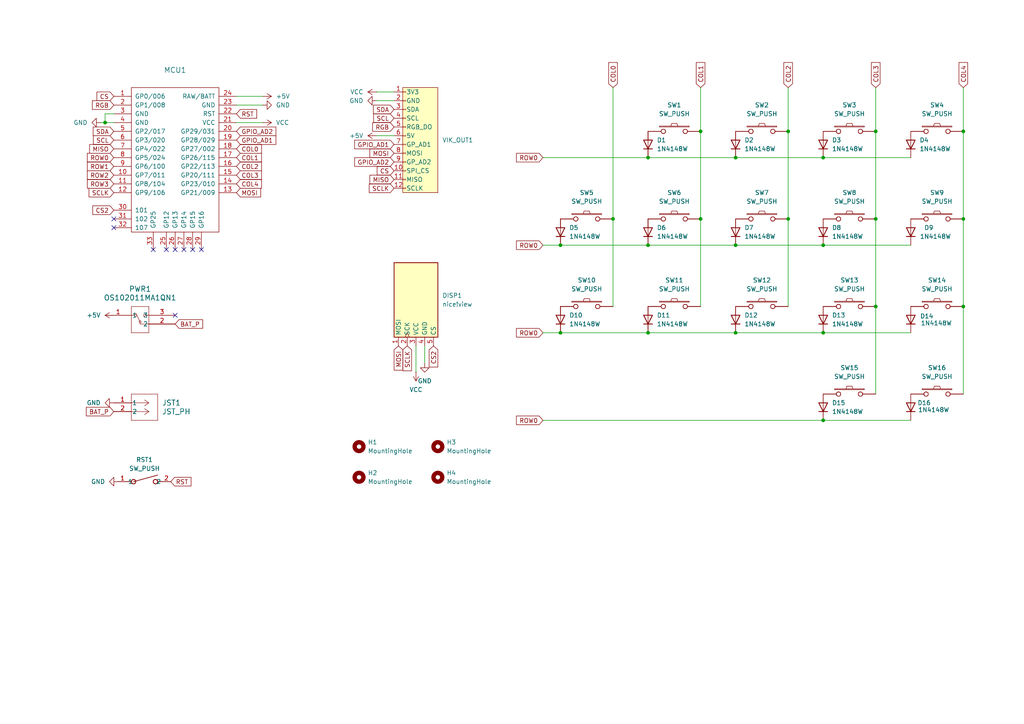
<source format=kicad_sch>
(kicad_sch (version 20231120) (generator "eeschema") (generator_version "8.0")
  (paper "A4")
  (title_block (title "Whiplaesh") (date "2024-10-21") (rev "0.1") (comment 1 "made by ykz89") (comment 2 "Left side"))
  (lib_symbols
    (symbol "2024-10-29_23-28-51:OS102011MA1QN1" (pin_names (offset 0.254))
      (property "Reference" "SW" (at 10.16 7.62 0))
      (property "Value" "OS102011MA1QN1" (at 10.16 5.08 0))
      (symbol "OS102011MA1QN1_1_1"
        (polyline (pts (xy 7.62 -5.08) (xy 12.7 -5.08)) (stroke (width 0.127)))
        (polyline (pts (xy 7.62 0) (xy 8.5725 0)) (stroke (width 0.127)))
        (polyline (pts (xy 7.62 2.54) (xy 7.62 -5.08)) (stroke (width 0.127)))
        (polyline (pts (xy 10.16 -2.54) (xy 10.16 -2.2098)) (stroke (width 0.127)))
        (polyline (pts (xy 10.16 -2.54) (xy 12.7 -2.54)) (stroke (width 0.127)))
        (polyline (pts (xy 10.16 -1.905) (xy 8.89 0.635)) (stroke (width 0.127)))
        (polyline (pts (xy 11.7475 0) (xy 12.7 0)) (stroke (width 0.127)))
        (polyline (pts (xy 12.7 -5.08) (xy 12.7 2.54)) (stroke (width 0.127)))
        (polyline (pts (xy 12.7 2.54) (xy 7.62 2.54)) (stroke (width 0.127)))
        (circle (center 8.89 0) (radius 0.3048) (stroke (width 0.127)))
        (circle (center 10.16 -1.905) (radius 0.3048) (stroke (width 0.127)))
        (circle (center 11.43 0) (radius 0.3048) (stroke (width 0.127)))
        (pin unspecified line (at 0 0 0) (length 7.62) (name "1") (number "1"))
        (pin unspecified line (at 20.32 -2.54 180) (length 7.62) (name "2") (number "2"))
        (pin unspecified line (at 20.32 0 180) (length 7.62) (name "3") (number "3"))
      )
    )
    (symbol "CONN_S2B-PH-K-S_JST:S2B-PH-K-SLFSN" (pin_names (offset 0.254))
      (property "Reference" "J" (at 8.89 6.35 0))
      (property "Value" "S2B-PH-K-SLFSN" (at 0 0 0))
      (symbol "S2B-PH-K-SLFSN_1_1"
        (polyline (pts (xy 5.08 -5.08) (xy 12.7 -5.08)) (stroke (width 0.127)))
        (polyline (pts (xy 5.08 2.54) (xy 5.08 -5.08)) (stroke (width 0.127)))
        (polyline (pts (xy 10.16 -2.54) (xy 5.08 -2.54)) (stroke (width 0.127)))
        (polyline (pts (xy 10.16 -2.54) (xy 8.89 -3.3867)) (stroke (width 0.127)))
        (polyline (pts (xy 10.16 -2.54) (xy 8.89 -1.6933)) (stroke (width 0.127)))
        (polyline (pts (xy 10.16 0) (xy 5.08 0)) (stroke (width 0.127)))
        (polyline (pts (xy 10.16 0) (xy 8.89 -0.8467)) (stroke (width 0.127)))
        (polyline (pts (xy 10.16 0) (xy 8.89 0.8467)) (stroke (width 0.127)))
        (polyline (pts (xy 12.7 -5.08) (xy 12.7 2.54)) (stroke (width 0.127)))
        (polyline (pts (xy 12.7 2.54) (xy 5.08 2.54)) (stroke (width 0.127)))
        (pin unspecified line (at 0 0 0) (length 5.08) (name "1") (number "1"))
        (pin unspecified line (at 0 -2.54 0) (length 5.08) (name "2") (number "2"))
      )
    )
    (symbol "Diode:1N4148W" (pin_numbers hide) (pin_names hide)
      (property "Reference" "D" (at 0 2.54 0))
      (property "Value" "1N4148W" (at 0 -2.54 0))
      (symbol "1N4148W_0_1"
        (polyline (pts (xy -1.27 1.27) (xy -1.27 -1.27)) (stroke (width 0.254)))
        (polyline (pts (xy 1.27 0) (xy -1.27 0)))
        (polyline (pts (xy 1.27 1.27) (xy 1.27 -1.27) (xy -1.27 0) (xy 1.27 1.27)) (stroke (width 0.254)))
      )
      (symbol "1N4148W_1_1"
        (pin passive line (at -3.81 0 0) (length 2.54) (name "K") (number "1"))
        (pin passive line (at 3.81 0 180) (length 2.54) (name "A") (number "2"))
      )
    )
    (symbol "Mechanical:MountingHole" (pin_names (offset 1.016)) (exclude_from_sim yes) (in_bom no)
      (property "Reference" "H" (at 0 5.08 0))
      (property "Value" "MountingHole" (at 0 3.175 0))
      (symbol "MountingHole_0_1"
        (circle (center 0 0) (radius 1.27) (stroke (width 1.27)))
      )
    )
    (symbol "RP2040-nrf52840-controller:RP2040-nrf52840-controller" (pin_names (offset 1.016))
      (property "Reference" "U" (at 0 22.86 0))
      (property "Value" "RP2040-nrf52840-controller" (at 0 2.54 90))
      (symbol "RP2040-nrf52840-controller_0_1"
        (rectangle (start -12.7 20.32) (end 12.7 -21.59))
      )
      (symbol "RP2040-nrf52840-controller_1_1"
        (pin input line (at -17.78 17.78 0) (length 5.08) (name "GP0/006") (number "1"))
        (pin input line (at -17.78 -5.08 0) (length 5.08) (name "GP7/011") (number "10"))
        (pin input line (at -17.78 -7.62 0) (length 5.08) (name "GP8/104") (number "11"))
        (pin input line (at -17.78 -10.16 0) (length 5.08) (name "GP9/106") (number "12"))
        (pin input line (at 17.78 -10.16 180) (length 5.08) (name "GP21/009") (number "13"))
        (pin input line (at 17.78 -7.62 180) (length 5.08) (name "GP23/010") (number "14"))
        (pin input line (at 17.78 -5.08 180) (length 5.08) (name "GP20/111") (number "15"))
        (pin input line (at 17.78 -2.54 180) (length 5.08) (name "GP22/113") (number "16"))
        (pin input line (at 17.78 0 180) (length 5.08) (name "GP26/115") (number "17"))
        (pin input line (at 17.78 2.54 180) (length 5.08) (name "GP27/002") (number "18"))
        (pin input line (at 17.78 5.08 180) (length 5.08) (name "GP28/029") (number "19"))
        (pin input line (at -17.78 15.24 0) (length 5.08) (name "GP1/008") (number "2"))
        (pin input line (at 17.78 7.62 180) (length 5.08) (name "GP29/031") (number "20"))
        (pin input line (at 17.78 10.16 180) (length 5.08) (name "VCC") (number "21"))
        (pin input line (at 17.78 12.7 180) (length 5.08) (name "RST") (number "22"))
        (pin input line (at 17.78 15.24 180) (length 5.08) (name "GND") (number "23"))
        (pin input line (at 17.78 17.78 180) (length 5.08) (name "RAW/BATT") (number "24"))
        (pin input line (at -2.54 -26.67 90) (length 5.08) (name "GP12") (number "25"))
        (pin input line (at 0 -26.67 90) (length 5.08) (name "GP13") (number "26"))
        (pin input line (at 2.54 -26.67 90) (length 5.08) (name "GP14") (number "27"))
        (pin input line (at 5.08 -26.67 90) (length 5.08) (name "GP15") (number "28"))
        (pin input line (at 7.62 -26.67 90) (length 5.08) (name "GP16") (number "29"))
        (pin input line (at -17.78 12.7 0) (length 5.08) (name "GND") (number "3"))
        (pin input line (at -17.78 -15.24 0) (length 5.08) (name "101") (number "30"))
        (pin input line (at -17.78 -17.78 0) (length 5.08) (name "102") (number "31"))
        (pin input line (at -17.78 -20.32 0) (length 5.08) (name "107") (number "32"))
        (pin input line (at -6.35 -26.67 90) (length 5.08) (name "GP25") (number "33"))
        (pin input line (at -17.78 10.16 0) (length 5.08) (name "GND") (number "4"))
        (pin input line (at -17.78 7.62 0) (length 5.08) (name "GP2/017") (number "5"))
        (pin input line (at -17.78 5.08 0) (length 5.08) (name "GP3/020") (number "6"))
        (pin input line (at -17.78 2.54 0) (length 5.08) (name "GP4/022") (number "7"))
        (pin input line (at -17.78 0 0) (length 5.08) (name "GP5/024") (number "8"))
        (pin input line (at -17.78 -2.54 0) (length 5.08) (name "GP6/100") (number "9"))
      )
    )
    (symbol "SW_SKHLACA010_ALPS:SKHLACA010" (pin_names (offset 0.254))
      (property "Reference" "SW" (at 0 3.81 0))
      (property "Value" "SKHLACA010" (at 0 0 0))
      (symbol "SKHLACA010_0_1"
        (circle (center -3.175 0) (radius 0.635) (stroke (width 0.254)))
        (polyline (pts (xy -5.08 0) (xy -3.81 0)) (stroke (width 0.2032)))
        (polyline (pts (xy -3.175 0) (xy 3.81 1.905)) (stroke (width 0.2032)))
        (polyline (pts (xy 5.08 0) (xy 3.81 0)) (stroke (width 0.2032)))
        (circle (center 3.175 0) (radius 0.635) (stroke (width 0.254)))
        (pin unspecified line (at -7.62 0 0) (length 2.54) (name "1") (number "1"))
        (pin unspecified line (at 7.62 0 180) (length 2.54) (name "2") (number "2"))
      )
    )
    (symbol "kbd:SW_PUSH" (pin_numbers hide) (pin_names (offset 1.016) hide)
      (property "Reference" "SW" (at 3.81 2.794 0))
      (property "Value" "SW_PUSH" (at 0 -2.032 0))
      (symbol "SW_PUSH_0_1"
        (rectangle (start -4.318 1.27) (end 4.318 1.524))
        (polyline (pts (xy -1.016 1.524) (xy -0.762 2.286) (xy 0.762 2.286) (xy 1.016 1.524)))
        (pin passive inverted (at -7.62 0 0) (length 5.08) (name "1") (number "1"))
        (pin passive inverted (at 7.62 0 180) (length 5.08) (name "2") (number "2"))
      )
    )
    (symbol "nice_view:nice!view"
      (property "Reference" "Display" (at 0 12.7 0))
      (property "Value" "nice!view" (at 0 0 0))
      (symbol "nice!view_0_1"
        (rectangle (start -6.35 11.43) (end 6.35 -10.16) (stroke (width 0.254)) (fill (type background)))
      )
      (symbol "nice!view_1_1"
        (pin input line (at -5.08 -12.7 90) (length 2.54) (name "MOSI") (number "1"))
        (pin input clock (at -2.54 -12.7 90) (length 2.54) (name "SCK") (number "2"))
        (pin power_in line (at 0 -12.7 90) (length 2.54) (name "VCC") (number "3"))
        (pin power_out line (at 2.54 -12.7 90) (length 2.54) (name "GND") (number "4"))
        (pin passive line (at 5.08 -12.7 90) (length 2.54) (name "CS") (number "5"))
      )
    )
    (symbol "power:+5V" (power) (pin_numbers hide) (pin_names (offset 0) hide)
      (property "Value" "+5V" (at 0 3.556 0))
      (symbol "+5V_0_1"
        (polyline (pts (xy -0.762 1.27) (xy 0 2.54)))
        (polyline (pts (xy 0 0) (xy 0 2.54)))
        (polyline (pts (xy 0 2.54) (xy 0.762 1.27)))
      )
      (symbol "+5V_1_1"
        (pin power_in line (at 0 0 90) (length 0) (name "~") (number "1"))
      )
    )
    (symbol "power:GND" (power) (pin_numbers hide) (pin_names (offset 0) hide)
      (property "Value" "GND" (at 0 -3.81 0))
      (symbol "GND_0_1"
        (polyline (pts (xy 0 0) (xy 0 -1.27) (xy 1.27 -1.27) (xy 0 -2.54) (xy -1.27 -1.27) (xy 0 -1.27)))
      )
      (symbol "GND_1_1"
        (pin power_in line (at 0 0 270) (length 0) (name "~") (number "1"))
      )
    )
    (symbol "power:VCC" (power) (pin_numbers hide) (pin_names (offset 0) hide)
      (property "Value" "VCC" (at 0 3.556 0))
      (symbol "VCC_0_1"
        (polyline (pts (xy -0.762 1.27) (xy 0 2.54)))
        (polyline (pts (xy 0 0) (xy 0 2.54)))
        (polyline (pts (xy 0 2.54) (xy 0.762 1.27)))
      )
      (symbol "VCC_1_1"
        (pin power_in line (at 0 0 90) (length 0) (name "~") (number "1"))
      )
    )
    (symbol "vik:vik-keyboard-connector" (pin_names (offset 1))
      (property "Reference" "J" (at 0 15.875 0))
      (symbol "vik-keyboard-connector_1_1"
        (rectangle (start -5.08 13.97) (end 5.08 -16.51) (fill (type background)))
        (rectangle (start -5.0546 -15.113) (end -4.191 -15.367) (stroke (width 0.1)))
        (rectangle (start -5.0546 -12.573) (end -4.191 -12.827) (stroke (width 0.1)))
        (rectangle (start -5.0546 -10.033) (end -4.191 -10.287) (stroke (width 0.1)))
        (rectangle (start -5.0546 -7.493) (end -4.191 -7.747) (stroke (width 0.1)))
        (rectangle (start -5.0546 -4.953) (end -4.191 -5.207) (stroke (width 0.1)))
        (rectangle (start -5.0546 -2.413) (end -4.191 -2.667) (stroke (width 0.1)))
        (rectangle (start -5.0546 0.127) (end -4.191 -0.127) (stroke (width 0.1)))
        (rectangle (start -5.0546 2.667) (end -4.191 2.413) (stroke (width 0.1)))
        (rectangle (start -5.0546 5.207) (end -4.191 4.953) (stroke (width 0.1)))
        (rectangle (start -5.0546 7.747) (end -4.191 7.493) (stroke (width 0.1)))
        (rectangle (start -5.0546 10.287) (end -4.191 10.033) (stroke (width 0.1)))
        (rectangle (start -5.0546 12.827) (end -4.191 12.573) (stroke (width 0.1)))
        (pin power_in line (at -7.62 12.7 0) (length 2.54) (name "3V3") (number "1"))
        (pin input line (at -7.62 -10.16 0) (length 2.54) (name "SPI_CS") (number "10"))
        (pin tri_state line (at -7.62 -12.7 0) (length 2.54) (name "MISO") (number "11"))
        (pin input line (at -7.62 -15.24 0) (length 2.54) (name "SCLK") (number "12"))
        (pin power_in line (at -7.62 10.16 0) (length 2.54) (name "GND") (number "2"))
        (pin bidirectional line (at -7.62 7.62 0) (length 2.54) (name "SDA") (number "3"))
        (pin bidirectional line (at -7.62 5.08 0) (length 2.54) (name "SCL") (number "4"))
        (pin input line (at -7.62 2.54 0) (length 2.54) (name "RGB_DO") (number "5"))
        (pin power_in line (at -7.62 0 0) (length 2.54) (name "5V") (number "6"))
        (pin bidirectional line (at -7.62 -2.54 0) (length 2.54) (name "GP_AD1") (number "7"))
        (pin input line (at -7.62 -5.08 0) (length 2.54) (name "MOSI") (number "8"))
        (pin bidirectional line (at -7.62 -7.62 0) (length 2.54) (name "GP_AD2") (number "9"))
      )
    )
  )
  (junction (at 228.6 63.5))
  (junction (at 177.8 63.5))
  (junction (at 238.76 45.72))
  (junction (at 279.4 63.5))
  (junction (at 279.4 38.1))
  (junction (at 187.96 96.52))
  (junction (at 203.2 63.5))
  (junction (at 238.76 71.12))
  (junction (at 213.36 45.72))
  (junction (at 213.36 71.12))
  (junction (at 203.2 38.1))
  (junction (at 279.4 88.9))
  (junction (at 30.48 35.56))
  (junction (at 254 63.5))
  (junction (at 238.76 121.92))
  (junction (at 254 88.9))
  (junction (at 162.56 96.52))
  (junction (at 187.96 45.72))
  (junction (at 238.76 96.52))
  (junction (at 187.96 71.12))
  (junction (at 213.36 96.52))
  (junction (at 162.56 71.12))
  (junction (at 228.6 38.1))
  (junction (at 254 38.1))
  (no_connect (at 55.88 72.39))
  (no_connect (at 33.02 63.5))
  (no_connect (at 50.8 91.44))
  (no_connect (at 33.02 66.04))
  (no_connect (at 58.42 72.39))
  (no_connect (at 53.34 72.39))
  (no_connect (at 50.8 72.39))
  (no_connect (at 48.26 72.39))
  (no_connect (at 44.45 72.39))
  (wire (pts (xy 120.65 107.95) (xy 120.65 100.33)))
  (wire (pts (xy 187.96 45.72) (xy 213.36 45.72)))
  (wire (pts (xy 157.48 71.12) (xy 162.56 71.12)))
  (wire (pts (xy 109.22 26.67) (xy 114.3 26.67)))
  (wire (pts (xy 76.2 27.94) (xy 68.58 27.94)))
  (wire (pts (xy 123.19 105.41) (xy 123.19 100.33)))
  (wire (pts (xy 254 25.4) (xy 254 38.1)))
  (wire (pts (xy 213.36 96.52) (xy 238.76 96.52)))
  (wire (pts (xy 157.48 96.52) (xy 162.56 96.52)))
  (wire (pts (xy 264.16 96.52) (xy 238.76 96.52)))
  (wire (pts (xy 30.48 33.02) (xy 30.48 35.56)))
  (wire (pts (xy 187.96 96.52) (xy 213.36 96.52)))
  (wire (pts (xy 254 63.5) (xy 254 88.9)))
  (wire (pts (xy 76.2 35.56) (xy 68.58 35.56)))
  (wire (pts (xy 254 38.1) (xy 254 63.5)))
  (wire (pts (xy 264.16 71.12) (xy 238.76 71.12)))
  (wire (pts (xy 228.6 63.5) (xy 228.6 88.9)))
  (wire (pts (xy 228.6 38.1) (xy 228.6 63.5)))
  (wire (pts (xy 157.48 121.92) (xy 238.76 121.92)))
  (wire (pts (xy 238.76 45.72) (xy 264.16 45.72)))
  (wire (pts (xy 30.48 35.56) (xy 33.02 35.56)))
  (wire (pts (xy 157.48 45.72) (xy 187.96 45.72)))
  (wire (pts (xy 203.2 25.4) (xy 203.2 38.1)))
  (wire (pts (xy 279.4 25.4) (xy 279.4 38.1)))
  (wire (pts (xy 279.4 63.5) (xy 279.4 88.9)))
  (wire (pts (xy 203.2 38.1) (xy 203.2 63.5)))
  (wire (pts (xy 33.02 33.02) (xy 30.48 33.02)))
  (wire (pts (xy 109.22 29.21) (xy 114.3 29.21)))
  (wire (pts (xy 162.56 96.52) (xy 187.96 96.52)))
  (wire (pts (xy 279.4 38.1) (xy 279.4 63.5)))
  (wire (pts (xy 264.16 121.92) (xy 238.76 121.92)))
  (wire (pts (xy 177.8 63.5) (xy 177.8 88.9)))
  (wire (pts (xy 76.2 30.48) (xy 68.58 30.48)))
  (wire (pts (xy 203.2 63.5) (xy 203.2 88.9)))
  (wire (pts (xy 29.21 35.56) (xy 30.48 35.56)))
  (wire (pts (xy 109.22 39.37) (xy 114.3 39.37)))
  (wire (pts (xy 279.4 88.9) (xy 279.4 114.3)))
  (wire (pts (xy 228.6 25.4) (xy 228.6 38.1)))
  (wire (pts (xy 177.8 25.4) (xy 177.8 63.5)))
  (wire (pts (xy 254 88.9) (xy 254 114.3)))
  (wire (pts (xy 162.56 71.12) (xy 187.96 71.12)))
  (wire (pts (xy 187.96 71.12) (xy 213.36 71.12)))
  (wire (pts (xy 213.36 45.72) (xy 238.76 45.72)))
  (wire (pts (xy 213.36 71.12) (xy 238.76 71.12)))
  (wire (pts (xy 33.02 91.44) (xy 30.48 91.44)))
  (global_label "COL2" (shape input) (at 68.58 48.26 0) (property "Intersheetrefs" "${INTERSHEET_REFS}" (effects (hide yes))))
  (global_label "MOSI" (shape input) (at 114.3 44.45 180) (property "Intersheetrefs" "${INTERSHEET_REFS}" (effects (hide yes))))
  (global_label "MOSI" (shape input) (at 68.58 55.88 0) (property "Intersheetrefs" "${INTERSHEET_REFS}" (effects (hide yes))))
  (global_label "ROW3" (shape input) (at 33.02 53.34 180) (property "Intersheetrefs" "${INTERSHEET_REFS}" (effects (hide yes))))
  (global_label "CS" (shape input) (at 114.3 49.53 180) (property "Intersheetrefs" "${INTERSHEET_REFS}" (effects (hide yes))))
  (global_label "GPIO_AD1" (shape input) (at 68.58 40.64 0) (property "Intersheetrefs" "${INTERSHEET_REFS}" (effects (hide yes))))
  (global_label "GPIO_AD1" (shape input) (at 114.3 41.91 180) (property "Intersheetrefs" "${INTERSHEET_REFS}" (effects (hide yes))))
  (global_label "COL4" (shape input) (at 279.4 25.4 90) (property "Intersheetrefs" "${INTERSHEET_REFS}" (effects (hide yes))))
  (global_label "COL4" (shape input) (at 68.58 53.34 0) (property "Intersheetrefs" "${INTERSHEET_REFS}" (effects (hide yes))))
  (global_label "SCLK" (shape input) (at 33.02 55.88 180) (property "Intersheetrefs" "${INTERSHEET_REFS}" (effects (hide yes))))
  (global_label "COL0" (shape input) (at 177.8 25.4 90) (property "Intersheetrefs" "${INTERSHEET_REFS}" (effects (hide yes))))
  (global_label "ROW1" (shape input) (at 33.02 48.26 180) (property "Intersheetrefs" "${INTERSHEET_REFS}" (effects (hide yes))))
  (global_label "SCL" (shape input) (at 33.02 40.64 180) (property "Intersheetrefs" "${INTERSHEET_REFS}" (effects (hide yes))))
  (global_label "MISO" (shape input) (at 114.3 52.07 180) (property "Intersheetrefs" "${INTERSHEET_REFS}" (effects (hide yes))))
  (global_label "BAT_P" (shape input) (at 50.8 93.98 0) (property "Intersheetrefs" "${INTERSHEET_REFS}" (effects (hide yes))))
  (global_label "MISO" (shape input) (at 33.02 43.18 180) (property "Intersheetrefs" "${INTERSHEET_REFS}" (effects (hide yes))))
  (global_label "MOSI" (shape input) (at 115.57 100.33 270) (property "Intersheetrefs" "${INTERSHEET_REFS}" (effects (hide yes))))
  (global_label "COL3" (shape input) (at 68.58 50.8 0) (property "Intersheetrefs" "${INTERSHEET_REFS}" (effects (hide yes))))
  (global_label "COL2" (shape input) (at 228.6 25.4 90) (property "Intersheetrefs" "${INTERSHEET_REFS}" (effects (hide yes))))
  (global_label "CS2" (shape input) (at 125.73 100.33 270) (property "Intersheetrefs" "${INTERSHEET_REFS}" (effects (hide yes))))
  (global_label "RST" (shape input) (at 68.58 33.02 0) (property "Intersheetrefs" "${INTERSHEET_REFS}" (effects (hide yes))))
  (global_label "GPIO_AD2" (shape input) (at 68.58 38.1 0) (property "Intersheetrefs" "${INTERSHEET_REFS}" (effects (hide yes))))
  (global_label "ROW2" (shape input) (at 33.02 50.8 180) (property "Intersheetrefs" "${INTERSHEET_REFS}" (effects (hide yes))))
  (global_label "RGB" (shape input) (at 33.02 30.48 180) (property "Intersheetrefs" "${INTERSHEET_REFS}" (effects (hide yes))))
  (global_label "COL1" (shape input) (at 203.2 25.4 90) (property "Intersheetrefs" "${INTERSHEET_REFS}" (effects (hide yes))))
  (global_label "COL3" (shape input) (at 254 25.4 90) (property "Intersheetrefs" "${INTERSHEET_REFS}" (effects (hide yes))))
  (global_label "ROW0" (shape input) (at 157.48 45.72 180) (property "Intersheetrefs" "${INTERSHEET_REFS}" (effects (hide yes))))
  (global_label "CS" (shape input) (at 33.02 27.94 180) (property "Intersheetrefs" "${INTERSHEET_REFS}" (effects (hide yes))))
  (global_label "ROW0" (shape input) (at 157.48 96.52 180) (property "Intersheetrefs" "${INTERSHEET_REFS}" (effects (hide yes))))
  (global_label "COL0" (shape input) (at 68.58 43.18 0) (property "Intersheetrefs" "${INTERSHEET_REFS}" (effects (hide yes))))
  (global_label "SDA" (shape input) (at 33.02 38.1 180) (property "Intersheetrefs" "${INTERSHEET_REFS}" (effects (hide yes))))
  (global_label "RST" (shape input) (at 49.53 139.7 0) (property "Intersheetrefs" "${INTERSHEET_REFS}" (effects (hide yes))))
  (global_label "GPIO_AD2" (shape input) (at 114.3 46.99 180) (property "Intersheetrefs" "${INTERSHEET_REFS}" (effects (hide yes))))
  (global_label "CS2" (shape input) (at 33.02 60.96 180) (property "Intersheetrefs" "${INTERSHEET_REFS}" (effects (hide yes))))
  (global_label "SCLK" (shape input) (at 118.11 100.33 270) (property "Intersheetrefs" "${INTERSHEET_REFS}" (effects (hide yes))))
  (global_label "BAT_P" (shape input) (at 33.02 119.38 180) (property "Intersheetrefs" "${INTERSHEET_REFS}" (effects (hide yes))))
  (global_label "ROW0" (shape input) (at 157.48 121.92 180) (property "Intersheetrefs" "${INTERSHEET_REFS}" (effects (hide yes))))
  (global_label "SCLK" (shape input) (at 114.3 54.61 180) (property "Intersheetrefs" "${INTERSHEET_REFS}" (effects (hide yes))))
  (global_label "RGB" (shape input) (at 114.3 36.83 180) (property "Intersheetrefs" "${INTERSHEET_REFS}" (effects (hide yes))))
  (global_label "SCL" (shape input) (at 114.3 34.29 180) (property "Intersheetrefs" "${INTERSHEET_REFS}" (effects (hide yes))))
  (global_label "ROW0" (shape input) (at 33.02 45.72 180) (property "Intersheetrefs" "${INTERSHEET_REFS}" (effects (hide yes))))
  (global_label "ROW0" (shape input) (at 157.48 71.12 180) (property "Intersheetrefs" "${INTERSHEET_REFS}" (effects (hide yes))))
  (global_label "COL1" (shape input) (at 68.58 45.72 0) (property "Intersheetrefs" "${INTERSHEET_REFS}" (effects (hide yes))))
  (global_label "SDA" (shape input) (at 114.3 31.75 180) (property "Intersheetrefs" "${INTERSHEET_REFS}" (effects (hide yes))))
  (symbol (lib_id "power:GND") (at 109.22 29.21 270) (unit 1)
    (property "Reference" "#PWR05" (effects (hide yes)))
    (property "Value" "GND" (at 105.41 29.2099 90) (effects (justify right)))
    (property "Description" "Power symbol creates a global label with name \"GND\" , ground" (effects (hide yes)))
  )
  (symbol (lib_id "kbd:SW_PUSH") (at 220.98 63.5 0) (unit 1)
    (property "Reference" "SW7" (at 220.98 55.88 0))
    (property "Value" "SW_PUSH" (at 220.98 58.42 0))
    (property "Footprint" "fingerpunch:gateron-ks27-choc-v1-mx-hotswap-reversible" (effects (hide yes)))
  )
  (symbol (lib_id "power:GND") (at 33.02 116.84 270) (unit 1)
    (property "Reference" "#PWR03" (effects (hide yes)))
    (property "Value" "GND" (at 29.21 116.8399 90) (effects (justify right)))
    (property "Description" "Power symbol creates a global label with name \"GND\" , ground" (effects (hide yes)))
  )
  (symbol (lib_id "kbd:SW_PUSH") (at 271.78 88.9 0) (mirror y) (unit 1)
    (property "Reference" "SW14" (at 271.78 81.28 0))
    (property "Value" "SW_PUSH" (at 271.78 83.82 0))
    (property "Footprint" "fingerpunch:gateron-ks27-choc-v1-mx-hotswap-reversible" (effects (hide yes)))
  )
  (symbol (lib_id "Diode:1N4148W") (at 238.76 118.11 90) (unit 1)
    (property "Reference" "D15" (at 241.3 116.8399 90) (effects (justify right)))
    (property "Value" "1N4148W" (at 241.3 119.3799 90) (effects (justify right)))
    (property "Footprint" "fingerpunch:D3_TH_SMD" (effects (hide yes)))
    (property "Datasheet" "https://www.vishay.com/docs/85748/1n4148w.pdf" (effects (hide yes)))
    (property "Description" "75V 0.15A Fast Switching Diode, SOD-123" (effects (hide yes)))
    (property "Sim.Device" "D" (effects (hide yes)))
    (property "Sim.Pins" "1=K 2=A" (effects (hide yes)))
  )
  (symbol (lib_id "kbd:SW_PUSH") (at 246.38 38.1 0) (unit 1)
    (property "Reference" "SW3" (at 246.38 30.48 0))
    (property "Value" "SW_PUSH" (at 246.38 33.02 0))
    (property "Footprint" "fingerpunch:gateron-ks27-choc-v1-mx-hotswap-reversible" (effects (hide yes)))
  )
  (symbol (lib_id "Diode:1N4148W") (at 238.76 92.71 90) (unit 1)
    (property "Reference" "D13" (at 241.3 91.4399 90) (effects (justify right)))
    (property "Value" "1N4148W" (at 241.3 93.9799 90) (effects (justify right)))
    (property "Footprint" "fingerpunch:D3_TH_SMD" (effects (hide yes)))
    (property "Datasheet" "https://www.vishay.com/docs/85748/1n4148w.pdf" (effects (hide yes)))
    (property "Description" "75V 0.15A Fast Switching Diode, SOD-123" (effects (hide yes)))
    (property "Sim.Device" "D" (effects (hide yes)))
    (property "Sim.Pins" "1=K 2=A" (effects (hide yes)))
  )
  (symbol (lib_id "power:GND") (at 34.29 139.7 270) (unit 1)
    (property "Reference" "#PWR010" (effects (hide yes)))
    (property "Value" "GND" (at 30.48 139.6999 90) (effects (justify right)))
    (property "Description" "Power symbol creates a global label with name \"GND\" , ground" (effects (hide yes)))
  )
  (symbol (lib_id "Mechanical:MountingHole") (at 104.14 129.54 0) (unit 1) (exclude_from_sim yes) (in_bom no)
    (property "Reference" "H1" (at 106.68 128.2699 0) (effects (justify left)))
    (property "Value" "MountingHole" (at 106.68 130.8099 0) (effects (justify left)))
    (property "Footprint" "MountingHole:MountingHole_2.2mm_M2" (effects (hide yes)))
    (property "Description" "Mounting Hole without connection" (effects (hide yes)))
  )
  (symbol (lib_id "Diode:1N4148W") (at 238.76 41.91 90) (unit 1)
    (property "Reference" "D3" (at 241.3 40.6399 90) (effects (justify right)))
    (property "Value" "1N4148W" (at 241.3 43.1799 90) (effects (justify right)))
    (property "Footprint" "fingerpunch:D3_TH_SMD" (effects (hide yes)))
    (property "Datasheet" "https://www.vishay.com/docs/85748/1n4148w.pdf" (effects (hide yes)))
    (property "Description" "75V 0.15A Fast Switching Diode, SOD-123" (effects (hide yes)))
    (property "Sim.Device" "D" (effects (hide yes)))
    (property "Sim.Pins" "1=K 2=A" (effects (hide yes)))
  )
  (symbol (lib_id "kbd:SW_PUSH") (at 195.58 63.5 0) (unit 1)
    (property "Reference" "SW6" (at 195.58 55.88 0))
    (property "Value" "SW_PUSH" (at 195.58 58.42 0))
    (property "Footprint" "fingerpunch:gateron-ks27-choc-v1-mx-hotswap-reversible" (effects (hide yes)))
  )
  (symbol (lib_id "SW_SKHLACA010_ALPS:SKHLACA010") (at 41.91 139.7 0) (unit 1)
    (property "Reference" "RST1" (at 41.91 133.35 0))
    (property "Value" "SW_PUSH" (at 41.91 135.89 0))
    (property "Footprint" "SW_SKHLACA010_ALPS" (effects (hide yes)))
  )
  (symbol (lib_id "Diode:1N4148W") (at 162.56 67.31 90) (unit 1)
    (property "Reference" "D5" (at 165.1 66.0399 90) (effects (justify right)))
    (property "Value" "1N4148W" (at 165.1 68.5799 90) (effects (justify right)))
    (property "Footprint" "fingerpunch:D3_TH_SMD" (effects (hide yes)))
    (property "Datasheet" "https://www.vishay.com/docs/85748/1n4148w.pdf" (effects (hide yes)))
    (property "Description" "75V 0.15A Fast Switching Diode, SOD-123" (effects (hide yes)))
    (property "Sim.Device" "D" (effects (hide yes)))
    (property "Sim.Pins" "1=K 2=A" (effects (hide yes)))
  )
  (symbol (lib_id "2024-10-29_23-28-51:OS102011MA1QN1") (at 30.48 91.44 0) (unit 1)
    (property "Reference" "PWR1" (at 40.64 83.82 0) (effects (font (size 1.524 1.524))))
    (property "Value" "OS102011MA1QN1" (at 40.64 86.36 0) (effects (font (size 1.524 1.524))))
    (property "Footprint" "OS102011MA1QN1_CNK" (effects (hide yes)))
  )
  (symbol (lib_id "power:+5V") (at 33.02 91.44 90) (unit 1)
    (property "Reference" "#PWR04" (effects (hide yes)))
    (property "Value" "+5V" (at 29.21 91.4399 90) (effects (justify left)))
    (property "Description" "Power symbol creates a global label with name \"+5V\"" (effects (hide yes)))
  )
  (symbol (lib_id "kbd:SW_PUSH") (at 170.18 88.9 0) (unit 1)
    (property "Reference" "SW10" (at 170.18 81.28 0))
    (property "Value" "SW_PUSH" (at 170.18 83.82 0))
    (property "Footprint" "fingerpunch:gateron-ks27-choc-v1-mx-hotswap-reversible" (effects (hide yes)))
  )
  (symbol (lib_id "power:VCC") (at 109.22 26.67 90) (unit 1)
    (property "Reference" "#PWR06" (effects (hide yes)))
    (property "Value" "VCC" (at 105.41 26.6699 90) (effects (justify left)))
    (property "Description" "Power symbol creates a global label with name \"VCC\"" (effects (hide yes)))
  )
  (symbol (lib_id "Mechanical:MountingHole") (at 104.14 138.43 0) (unit 1) (exclude_from_sim yes) (in_bom no)
    (property "Reference" "H2" (at 106.68 137.1599 0) (effects (justify left)))
    (property "Value" "MountingHole" (at 106.68 139.6999 0) (effects (justify left)))
    (property "Footprint" "MountingHole:MountingHole_2.2mm_M2" (effects (hide yes)))
    (property "Description" "Mounting Hole without connection" (effects (hide yes)))
  )
  (symbol (lib_id "Diode:1N4148W") (at 213.36 67.31 90) (unit 1)
    (property "Reference" "D7" (at 215.9 66.0399 90) (effects (justify right)))
    (property "Value" "1N4148W" (at 215.9 68.5799 90) (effects (justify right)))
    (property "Footprint" "fingerpunch:D3_TH_SMD" (effects (hide yes)))
    (property "Datasheet" "https://www.vishay.com/docs/85748/1n4148w.pdf" (effects (hide yes)))
    (property "Description" "75V 0.15A Fast Switching Diode, SOD-123" (effects (hide yes)))
    (property "Sim.Device" "D" (effects (hide yes)))
    (property "Sim.Pins" "1=K 2=A" (effects (hide yes)))
  )
  (symbol (lib_id "kbd:SW_PUSH") (at 271.78 63.5 0) (mirror y) (unit 1)
    (property "Reference" "SW9" (at 271.78 55.88 0))
    (property "Value" "SW_PUSH" (at 271.78 58.42 0))
    (property "Footprint" "fingerpunch:gateron-ks27-choc-v1-mx-hotswap-reversible" (effects (hide yes)))
  )
  (symbol (lib_id "kbd:SW_PUSH") (at 271.78 38.1 0) (unit 1)
    (property "Reference" "SW4" (at 271.78 30.48 0))
    (property "Value" "SW_PUSH" (at 271.78 33.02 0))
    (property "Footprint" "fingerpunch:gateron-ks27-choc-v1-mx-hotswap-reversible" (effects (hide yes)))
  )
  (symbol (lib_id "power:+5V") (at 76.2 27.94 270) (unit 1)
    (property "Reference" "#PWR07" (effects (hide yes)))
    (property "Value" "+5V" (at 80.01 27.9399 90) (effects (justify left)))
    (property "Description" "Power symbol creates a global label with name \"+5V\"" (effects (hide yes)))
  )
  (symbol (lib_id "Diode:1N4148W") (at 264.16 41.91 90) (unit 1)
    (property "Reference" "D4" (at 266.7 40.6399 90) (effects (justify right)))
    (property "Value" "1N4148W" (at 266.7 43.1799 90) (effects (justify right)))
    (property "Footprint" "fingerpunch:D3_TH_SMD" (effects (hide yes)))
    (property "Datasheet" "https://www.vishay.com/docs/85748/1n4148w.pdf" (effects (hide yes)))
    (property "Description" "75V 0.15A Fast Switching Diode, SOD-123" (effects (hide yes)))
    (property "Sim.Device" "D" (effects (hide yes)))
    (property "Sim.Pins" "1=K 2=A" (effects (hide yes)))
  )
  (symbol (lib_id "kbd:SW_PUSH") (at 195.58 38.1 0) (unit 1)
    (property "Reference" "SW1" (at 195.58 30.48 0))
    (property "Value" "SW_PUSH" (at 195.58 33.02 0))
    (property "Footprint" "fingerpunch:gateron-ks27-choc-v1-mx-hotswap-reversible" (effects (hide yes)))
  )
  (symbol (lib_id "Mechanical:MountingHole") (at 127 129.54 0) (unit 1) (exclude_from_sim yes) (in_bom no)
    (property "Reference" "H3" (at 129.54 128.2699 0) (effects (justify left)))
    (property "Value" "MountingHole" (at 129.54 130.8099 0) (effects (justify left)))
    (property "Footprint" "MountingHole:MountingHole_2.2mm_M2" (effects (hide yes)))
    (property "Description" "Mounting Hole without connection" (effects (hide yes)))
  )
  (symbol (lib_id "kbd:SW_PUSH") (at 170.18 63.5 0) (unit 1)
    (property "Reference" "SW5" (at 170.18 55.88 0))
    (property "Value" "SW_PUSH" (at 170.18 58.42 0))
    (property "Footprint" "fingerpunch:gateron-ks27-choc-v1-mx-hotswap-reversible" (effects (hide yes)))
  )
  (symbol (lib_id "power:VCC") (at 76.2 35.56 270) (unit 1)
    (property "Reference" "#PWR01" (effects (hide yes)))
    (property "Value" "VCC" (at 80.01 35.5599 90) (effects (justify left)))
    (property "Description" "Power symbol creates a global label with name \"VCC\"" (effects (hide yes)))
  )
  (symbol (lib_id "power:GND") (at 123.19 105.41 0) (unit 1)
    (property "Reference" "#PWR022" (effects (hide yes)))
    (property "Value" "GND" (at 123.19 110.49 0))
    (property "Description" "Power symbol creates a global label with name \"GND\" , ground" (effects (hide yes)))
  )
  (symbol (lib_id "Diode:1N4148W") (at 264.16 92.71 270) (mirror x) (unit 1)
    (property "Reference" "D14" (at 270.764 91.694 90) (effects (justify right)))
    (property "Value" "1N4148W" (at 276.098 93.726 90) (effects (justify right)))
    (property "Footprint" "fingerpunch:D3_TH_SMD" (effects (hide yes)))
    (property "Datasheet" "https://www.vishay.com/docs/85748/1n4148w.pdf" (effects (hide yes)))
    (property "Description" "75V 0.15A Fast Switching Diode, SOD-123" (effects (hide yes)))
    (property "Sim.Device" "D" (effects (hide yes)))
    (property "Sim.Pins" "1=K 2=A" (effects (hide yes)))
  )
  (symbol (lib_id "Diode:1N4148W") (at 264.16 118.11 270) (mirror x) (unit 1)
    (property "Reference" "D16" (at 270.002 116.84 90) (effects (justify right)))
    (property "Value" "1N4148W" (at 275.336 118.872 90) (effects (justify right)))
    (property "Footprint" "fingerpunch:D3_TH_SMD" (effects (hide yes)))
    (property "Datasheet" "https://www.vishay.com/docs/85748/1n4148w.pdf" (effects (hide yes)))
    (property "Description" "75V 0.15A Fast Switching Diode, SOD-123" (effects (hide yes)))
    (property "Sim.Device" "D" (effects (hide yes)))
    (property "Sim.Pins" "1=K 2=A" (effects (hide yes)))
  )
  (symbol (lib_id "Mechanical:MountingHole") (at 127 138.43 0) (unit 1) (exclude_from_sim yes) (in_bom no)
    (property "Reference" "H4" (at 129.54 137.1599 0) (effects (justify left)))
    (property "Value" "MountingHole" (at 129.54 139.6999 0) (effects (justify left)))
    (property "Footprint" "MountingHole:MountingHole_2.2mm_M2" (effects (hide yes)))
    (property "Description" "Mounting Hole without connection" (effects (hide yes)))
  )
  (symbol (lib_id "power:VCC") (at 120.65 107.95 180) (unit 1)
    (property "Reference" "#PWR021" (effects (hide yes)))
    (property "Value" "VCC" (at 120.65 113.03 0))
    (property "Description" "Power symbol creates a global label with name \"VCC\"" (effects (hide yes)))
  )
  (symbol (lib_id "kbd:SW_PUSH") (at 220.98 88.9 0) (unit 1)
    (property "Reference" "SW12" (at 220.98 81.28 0))
    (property "Value" "SW_PUSH" (at 220.98 83.82 0))
    (property "Footprint" "fingerpunch:gateron-ks27-choc-v1-mx-hotswap-reversible" (effects (hide yes)))
  )
  (symbol (lib_id "kbd:SW_PUSH") (at 246.38 63.5 0) (unit 1)
    (property "Reference" "SW8" (at 246.38 55.88 0))
    (property "Value" "SW_PUSH" (at 246.38 58.42 0))
    (property "Footprint" "fingerpunch:gateron-ks27-choc-v1-mx-hotswap-reversible" (effects (hide yes)))
  )
  (symbol (lib_id "nice_view:nice!view") (at 120.65 87.63 0) (unit 1)
    (property "Reference" "DISP1" (at 128.27 85.7249 0) (effects (justify left)))
    (property "Value" "nice!view" (at 128.27 88.2649 0) (effects (justify left)))
    (property "Footprint" "fingerpunch:nice_view" (effects (hide yes)))
    (property "Datasheet" "https://nicekeyboards.com/docs/nice-view/pinout-schematic" (effects (hide yes)))
    (property "Description" "Sharp LS011B7DH03 Memory in Pixel 160x68" (effects (hide yes)))
  )
  (symbol (lib_id "kbd:SW_PUSH") (at 246.38 114.3 0) (unit 1)
    (property "Reference" "SW15" (at 246.38 106.68 0))
    (property "Value" "SW_PUSH" (at 246.38 109.22 0))
    (property "Footprint" "fingerpunch:gateron-ks27-choc-v1-mx-hotswap-reversible" (effects (hide yes)))
  )
  (symbol (lib_id "Diode:1N4148W") (at 162.56 92.71 90) (unit 1)
    (property "Reference" "D10" (at 165.1 91.4399 90) (effects (justify right)))
    (property "Value" "1N4148W" (at 165.1 93.9799 90) (effects (justify right)))
    (property "Footprint" "fingerpunch:D3_TH_SMD" (effects (hide yes)))
    (property "Datasheet" "https://www.vishay.com/docs/85748/1n4148w.pdf" (effects (hide yes)))
    (property "Description" "75V 0.15A Fast Switching Diode, SOD-123" (effects (hide yes)))
    (property "Sim.Device" "D" (effects (hide yes)))
    (property "Sim.Pins" "1=K 2=A" (effects (hide yes)))
  )
  (symbol (lib_id "kbd:SW_PUSH") (at 246.38 88.9 0) (unit 1)
    (property "Reference" "SW13" (at 246.38 81.28 0))
    (property "Value" "SW_PUSH" (at 246.38 83.82 0))
    (property "Footprint" "fingerpunch:gateron-ks27-choc-v1-mx-hotswap-reversible" (effects (hide yes)))
  )
  (symbol (lib_id "kbd:SW_PUSH") (at 220.98 38.1 0) (unit 1)
    (property "Reference" "SW2" (at 220.98 30.48 0))
    (property "Value" "SW_PUSH" (at 220.98 33.02 0))
    (property "Footprint" "fingerpunch:gateron-ks27-choc-v1-mx-hotswap-reversible" (effects (hide yes)))
  )
  (symbol (lib_id "kbd:SW_PUSH") (at 271.78 114.3 0) (mirror y) (unit 1)
    (property "Reference" "SW16" (at 271.78 106.68 0))
    (property "Value" "SW_PUSH" (at 271.78 109.22 0))
    (property "Footprint" "fingerpunch:gateron-ks27-choc-v1-mx-hotswap-reversible" (effects (hide yes)))
  )
  (symbol (lib_id "CONN_S2B-PH-K-S_JST:S2B-PH-K-SLFSN") (at 33.02 116.84 0) (unit 1)
    (property "Reference" "JST1" (at 46.99 116.8399 0) (effects (font (size 1.524 1.524)) (justify left)))
    (property "Value" "JST_PH" (at 46.99 119.3799 0) (effects (font (size 1.524 1.524)) (justify left)))
    (property "Footprint" "Connector_JST:JST_PH_S2B-PH-SM4-TB_1x02-1MP_P2.00mm_Horizontal" (effects (hide yes)))
  )
  (symbol (lib_id "kbd:SW_PUSH") (at 195.58 88.9 0) (unit 1)
    (property "Reference" "SW11" (at 195.58 81.28 0))
    (property "Value" "SW_PUSH" (at 195.58 83.82 0))
    (property "Footprint" "fingerpunch:gateron-ks27-choc-v1-mx-hotswap-reversible" (effects (hide yes)))
  )
  (symbol (lib_id "Diode:1N4148W") (at 213.36 92.71 90) (unit 1)
    (property "Reference" "D12" (at 215.9 91.4399 90) (effects (justify right)))
    (property "Value" "1N4148W" (at 215.9 93.9799 90) (effects (justify right)))
    (property "Footprint" "fingerpunch:D3_TH_SMD" (effects (hide yes)))
    (property "Datasheet" "https://www.vishay.com/docs/85748/1n4148w.pdf" (effects (hide yes)))
    (property "Description" "75V 0.15A Fast Switching Diode, SOD-123" (effects (hide yes)))
    (property "Sim.Device" "D" (effects (hide yes)))
    (property "Sim.Pins" "1=K 2=A" (effects (hide yes)))
  )
  (symbol (lib_id "power:GND") (at 76.2 30.48 90) (unit 1)
    (property "Reference" "#PWR09" (effects (hide yes)))
    (property "Value" "GND" (at 80.01 30.4799 90) (effects (justify right)))
    (property "Description" "Power symbol creates a global label with name \"GND\" , ground" (effects (hide yes)))
  )
  (symbol (lib_id "Diode:1N4148W") (at 187.96 67.31 90) (unit 1)
    (property "Reference" "D6" (at 190.5 66.0399 90) (effects (justify right)))
    (property "Value" "1N4148W" (at 190.5 68.5799 90) (effects (justify right)))
    (property "Footprint" "fingerpunch:D3_TH_SMD" (effects (hide yes)))
    (property "Datasheet" "https://www.vishay.com/docs/85748/1n4148w.pdf" (effects (hide yes)))
    (property "Description" "75V 0.15A Fast Switching Diode, SOD-123" (effects (hide yes)))
    (property "Sim.Device" "D" (effects (hide yes)))
    (property "Sim.Pins" "1=K 2=A" (effects (hide yes)))
  )
  (symbol (lib_id "Diode:1N4148W") (at 238.76 67.31 90) (unit 1)
    (property "Reference" "D8" (at 241.3 66.0399 90) (effects (justify right)))
    (property "Value" "1N4148W" (at 241.3 68.5799 90) (effects (justify right)))
    (property "Footprint" "fingerpunch:D3_TH_SMD" (effects (hide yes)))
    (property "Datasheet" "https://www.vishay.com/docs/85748/1n4148w.pdf" (effects (hide yes)))
    (property "Description" "75V 0.15A Fast Switching Diode, SOD-123" (effects (hide yes)))
    (property "Sim.Device" "D" (effects (hide yes)))
    (property "Sim.Pins" "1=K 2=A" (effects (hide yes)))
  )
  (symbol (lib_id "power:+5V") (at 109.22 39.37 90) (unit 1)
    (property "Reference" "#PWR08" (effects (hide yes)))
    (property "Value" "+5V" (at 105.41 39.3699 90) (effects (justify left)))
    (property "Description" "Power symbol creates a global label with name \"+5V\"" (effects (hide yes)))
  )
  (symbol (lib_id "Diode:1N4148W") (at 264.16 67.31 270) (mirror x) (unit 1)
    (property "Reference" "D9" (at 270.764 66.04 90) (effects (justify right)))
    (property "Value" "1N4148W" (at 275.844 68.58 90) (effects (justify right)))
    (property "Footprint" "fingerpunch:D3_TH_SMD" (effects (hide yes)))
    (property "Datasheet" "https://www.vishay.com/docs/85748/1n4148w.pdf" (effects (hide yes)))
    (property "Description" "75V 0.15A Fast Switching Diode, SOD-123" (effects (hide yes)))
    (property "Sim.Device" "D" (effects (hide yes)))
    (property "Sim.Pins" "1=K 2=A" (effects (hide yes)))
  )
  (symbol (lib_id "Diode:1N4148W") (at 187.96 41.91 90) (unit 1)
    (property "Reference" "D1" (at 190.5 40.6399 90) (effects (justify right)))
    (property "Value" "1N4148W" (at 190.5 43.1799 90) (effects (justify right)))
    (property "Footprint" "fingerpunch:D3_TH_SMD" (effects (hide yes)))
    (property "Datasheet" "https://www.vishay.com/docs/85748/1n4148w.pdf" (effects (hide yes)))
    (property "Description" "75V 0.15A Fast Switching Diode, SOD-123" (effects (hide yes)))
    (property "Sim.Device" "D" (effects (hide yes)))
    (property "Sim.Pins" "1=K 2=A" (effects (hide yes)))
  )
  (symbol (lib_id "Diode:1N4148W") (at 213.36 41.91 90) (unit 1)
    (property "Reference" "D2" (at 215.9 40.6399 90) (effects (justify right)))
    (property "Value" "1N4148W" (at 215.9 43.1799 90) (effects (justify right)))
    (property "Footprint" "fingerpunch:D3_TH_SMD" (effects (hide yes)))
    (property "Datasheet" "https://www.vishay.com/docs/85748/1n4148w.pdf" (effects (hide yes)))
    (property "Description" "75V 0.15A Fast Switching Diode, SOD-123" (effects (hide yes)))
    (property "Sim.Device" "D" (effects (hide yes)))
    (property "Sim.Pins" "1=K 2=A" (effects (hide yes)))
  )
  (symbol (lib_id "power:GND") (at 29.21 35.56 270) (mirror x) (unit 1)
    (property "Reference" "#PWR02" (effects (hide yes)))
    (property "Value" "GND" (at 25.4 35.5599 90) (effects (justify right)))
    (property "Description" "Power symbol creates a global label with name \"GND\" , ground" (effects (hide yes)))
  )
  (symbol (lib_id "RP2040-nrf52840-controller:RP2040-nrf52840-controller") (at 50.8 45.72 0) (unit 1)
    (property "Reference" "MCU1" (at 50.8 20.32 0) (effects (font (size 1.524 1.524))))
    (property "Footprint" "footprints:MCU_nice-nano" (effects (hide yes)))
  )
  (symbol (lib_id "Diode:1N4148W") (at 187.96 92.71 90) (unit 1)
    (property "Reference" "D11" (at 190.5 91.4399 90) (effects (justify right)))
    (property "Value" "1N4148W" (at 190.5 93.9799 90) (effects (justify right)))
    (property "Footprint" "fingerpunch:D3_TH_SMD" (effects (hide yes)))
    (property "Datasheet" "https://www.vishay.com/docs/85748/1n4148w.pdf" (effects (hide yes)))
    (property "Description" "75V 0.15A Fast Switching Diode, SOD-123" (effects (hide yes)))
    (property "Sim.Device" "D" (effects (hide yes)))
    (property "Sim.Pins" "1=K 2=A" (effects (hide yes)))
  )
  (symbol (lib_id "vik:vik-keyboard-connector") (at 121.92 39.37 0) (unit 1)
    (property "Reference" "VIK_OUT1" (at 128.27 40.6399 0) (effects (justify left)))
    (property "Footprint" "fingerpunch:vik-keyboard-connector-horizontal" (effects (hide yes)))
  )
)
</source>
